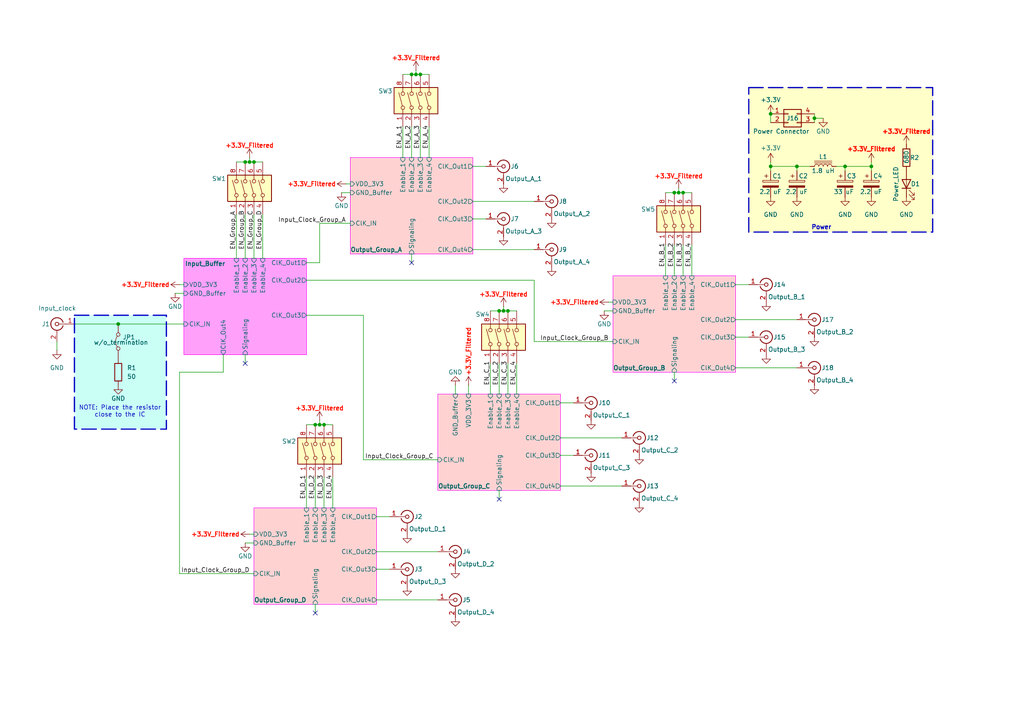
<source format=kicad_sch>
(kicad_sch (version 20231120) (generator "eeschema") (generator_version "8.0")
  (paper "A4")
  (title_block (title "16 Channels FIFO") (date "2025-01-07") (rev "REV 0") (company "TU Darmstadt") (comment 1 "Author: Dr. Alexandru Enciu"))
  (lib_symbols
    (symbol "Connector:Conn_Coaxial" (pin_names (offset 1.016) hide)
      (property "Reference" "J" (at 0.254 3.048 0))
      (property "Value" "Conn_Coaxial" (at 2.921 0 90))
      (symbol "Conn_Coaxial_0_1"
        (arc (start -1.778 -0.508) (mid 0.2311 -1.8066) (end 1.778 0) (stroke (width 0.254)))
        (polyline (pts (xy -2.54 0) (xy -0.508 0)))
        (polyline (pts (xy 0 -2.54) (xy 0 -1.778)))
        (circle (center 0 0) (radius 0.508) (stroke (width 0.2032)))
        (arc (start 1.778 0) (mid 0.2099 1.8101) (end -1.778 0.508) (stroke (width 0.254)))
      )
      (symbol "Conn_Coaxial_1_1"
        (pin passive line (at -5.08 0 0) (length 2.54) (name "In") (number "1"))
        (pin passive line (at 0 -5.08 90) (length 2.54) (name "Ext") (number "2"))
      )
    )
    (symbol "Connector_Generic:Conn_02x02_Counter_Clockwise" (pin_names (offset 1.016) hide)
      (property "Reference" "J" (at 1.27 2.54 0))
      (property "Value" "Conn_02x02_Counter_Clockwise" (at 1.27 -5.08 0))
      (symbol "Conn_02x02_Counter_Clockwise_1_1"
        (rectangle (start -1.27 -2.413) (end 0 -2.667) (stroke (width 0.1524)))
        (rectangle (start -1.27 0.127) (end 0 -0.127) (stroke (width 0.1524)))
        (rectangle (start -1.27 1.27) (end 3.81 -3.81) (stroke (width 0.254)) (fill (type background)))
        (rectangle (start 3.81 -2.413) (end 2.54 -2.667) (stroke (width 0.1524)))
        (rectangle (start 3.81 0.127) (end 2.54 -0.127) (stroke (width 0.1524)))
        (pin passive line (at -5.08 0 0) (length 3.81) (name "Pin_1") (number "1"))
        (pin passive line (at -5.08 -2.54 0) (length 3.81) (name "Pin_2") (number "2"))
        (pin passive line (at 7.62 -2.54 180) (length 3.81) (name "Pin_3") (number "3"))
        (pin passive line (at 7.62 0 180) (length 3.81) (name "Pin_4") (number "4"))
      )
    )
    (symbol "Device:C_Polarized" (pin_numbers hide) (pin_names (offset 0.254))
      (property "Reference" "C" (at 0.635 2.54 0))
      (property "Value" "C_Polarized" (at 0.635 -2.54 0))
      (symbol "C_Polarized_0_1"
        (rectangle (start -2.286 0.508) (end 2.286 1.016))
        (polyline (pts (xy -1.778 2.286) (xy -0.762 2.286)))
        (polyline (pts (xy -1.27 2.794) (xy -1.27 1.778)))
        (rectangle (start 2.286 -0.508) (end -2.286 -1.016) (fill (type outline)))
      )
      (symbol "C_Polarized_1_1"
        (pin passive line (at 0 3.81 270) (length 2.794) (name "~") (number "1"))
        (pin passive line (at 0 -3.81 90) (length 2.794) (name "~") (number "2"))
      )
    )
    (symbol "Device:LED" (pin_numbers hide) (pin_names (offset 1.016) hide)
      (property "Reference" "D" (at 0 2.54 0))
      (property "Value" "LED" (at 0 -2.54 0))
      (symbol "LED_0_1"
        (polyline (pts (xy -1.27 -1.27) (xy -1.27 1.27)) (stroke (width 0.254)))
        (polyline (pts (xy -1.27 0) (xy 1.27 0)))
        (polyline (pts (xy 1.27 -1.27) (xy 1.27 1.27) (xy -1.27 0) (xy 1.27 -1.27)) (stroke (width 0.254)))
        (polyline (pts (xy -3.048 -0.762) (xy -4.572 -2.286) (xy -3.81 -2.286) (xy -4.572 -2.286) (xy -4.572 -1.524)))
        (polyline (pts (xy -1.778 -0.762) (xy -3.302 -2.286) (xy -2.54 -2.286) (xy -3.302 -2.286) (xy -3.302 -1.524)))
      )
      (symbol "LED_1_1"
        (pin passive line (at -3.81 0 0) (length 2.54) (name "K") (number "1"))
        (pin passive line (at 3.81 0 180) (length 2.54) (name "A") (number "2"))
      )
    )
    (symbol "Device:L_Iron" (pin_numbers hide) (pin_names (offset 1.016) hide)
      (property "Reference" "L" (at -1.27 0 90))
      (property "Value" "L_Iron" (at 2.794 0 90))
      (symbol "L_Iron_0_1"
        (arc (start 0 -2.54) (mid 0.6323 -1.905) (end 0 -1.27))
        (arc (start 0 -1.27) (mid 0.6323 -0.635) (end 0 0))
        (polyline (pts (xy 1.016 2.54) (xy 1.016 -2.54)))
        (polyline (pts (xy 1.524 -2.54) (xy 1.524 2.54)))
        (arc (start 0 0) (mid 0.6323 0.635) (end 0 1.27))
        (arc (start 0 1.27) (mid 0.6323 1.905) (end 0 2.54))
      )
      (symbol "L_Iron_1_1"
        (pin passive line (at 0 3.81 270) (length 1.27) (name "1") (number "1"))
        (pin passive line (at 0 -3.81 90) (length 1.27) (name "2") (number "2"))
      )
    )
    (symbol "Device:R" (pin_numbers hide) (pin_names (offset 0))
      (property "Reference" "R" (at 2.032 0 90))
      (property "Value" "R" (at 0 0 90))
      (symbol "R_0_1"
        (rectangle (start -1.016 -2.54) (end 1.016 2.54) (stroke (width 0.254)))
      )
      (symbol "R_1_1"
        (pin passive line (at 0 3.81 270) (length 1.27) (name "~") (number "1"))
        (pin passive line (at 0 -3.81 90) (length 1.27) (name "~") (number "2"))
      )
    )
    (symbol "Jumper:Jumper_2_Bridged" (pin_numbers hide) (pin_names (offset 0) hide) (exclude_from_sim yes)
      (property "Reference" "JP" (at 0 1.905 0))
      (property "Value" "Jumper_2_Bridged" (at 0 -2.54 0))
      (symbol "Jumper_2_Bridged_0_0"
        (circle (center -2.032 0) (radius 0.508))
        (circle (center 2.032 0) (radius 0.508))
      )
      (symbol "Jumper_2_Bridged_0_1"
        (arc (start 1.524 0.254) (mid 0 0.762) (end -1.524 0.254))
      )
      (symbol "Jumper_2_Bridged_1_1"
        (pin passive line (at -5.08 0 0) (length 2.54) (name "A") (number "1"))
        (pin passive line (at 5.08 0 180) (length 2.54) (name "B") (number "2"))
      )
    )
    (symbol "Switch:SW_DIP_x04" (pin_names (offset 0) hide)
      (property "Reference" "SW" (at 0 8.89 0))
      (property "Value" "SW_DIP_x04" (at 0 -6.35 0))
      (symbol "SW_DIP_x04_0_0"
        (circle (center -2.032 -2.54) (radius 0.508))
        (circle (center -2.032 0) (radius 0.508))
        (circle (center -2.032 2.54) (radius 0.508))
        (circle (center -2.032 5.08) (radius 0.508))
        (polyline (pts (xy -1.524 -2.3876) (xy 2.3622 -1.3462)))
        (polyline (pts (xy -1.524 0.127) (xy 2.3622 1.1684)))
        (polyline (pts (xy -1.524 2.667) (xy 2.3622 3.7084)))
        (polyline (pts (xy -1.524 5.207) (xy 2.3622 6.2484)))
        (circle (center 2.032 -2.54) (radius 0.508))
        (circle (center 2.032 0) (radius 0.508))
        (circle (center 2.032 2.54) (radius 0.508))
        (circle (center 2.032 5.08) (radius 0.508))
      )
      (symbol "SW_DIP_x04_0_1"
        (rectangle (start -3.81 7.62) (end 3.81 -5.08) (stroke (width 0.254)) (fill (type background)))
      )
      (symbol "SW_DIP_x04_1_1"
        (pin passive line (at -7.62 5.08 0) (length 5.08) (name "~") (number "1"))
        (pin passive line (at -7.62 2.54 0) (length 5.08) (name "~") (number "2"))
        (pin passive line (at -7.62 0 0) (length 5.08) (name "~") (number "3"))
        (pin passive line (at -7.62 -2.54 0) (length 5.08) (name "~") (number "4"))
        (pin passive line (at 7.62 -2.54 180) (length 5.08) (name "~") (number "5"))
        (pin passive line (at 7.62 0 180) (length 5.08) (name "~") (number "6"))
        (pin passive line (at 7.62 2.54 180) (length 5.08) (name "~") (number "7"))
        (pin passive line (at 7.62 5.08 180) (length 5.08) (name "~") (number "8"))
      )
    )
    (symbol "power:+3.3V" (power) (pin_numbers hide) (pin_names (offset 0) hide)
      (property "Value" "+3.3V" (at 0 3.556 0))
      (symbol "+3.3V_0_1"
        (polyline (pts (xy -0.762 1.27) (xy 0 2.54)))
        (polyline (pts (xy 0 0) (xy 0 2.54)))
        (polyline (pts (xy 0 2.54) (xy 0.762 1.27)))
      )
      (symbol "+3.3V_1_1"
        (pin power_in line (at 0 0 90) (length 0) (name "~") (number "1"))
      )
    )
    (symbol "power:GND" (power) (pin_numbers hide) (pin_names (offset 0) hide)
      (property "Value" "GND" (at 0 -3.81 0))
      (symbol "GND_0_1"
        (polyline (pts (xy 0 0) (xy 0 -1.27) (xy 1.27 -1.27) (xy 0 -2.54) (xy -1.27 -1.27) (xy 0 -1.27)))
      )
      (symbol "GND_1_1"
        (pin power_in line (at 0 0 270) (length 0) (name "~") (number "1"))
      )
    )
    (symbol "power:VCC" (power) (pin_numbers hide) (pin_names (offset 0) hide)
      (property "Value" "VCC" (at 0 3.556 0))
      (symbol "VCC_0_1"
        (polyline (pts (xy -0.762 1.27) (xy 0 2.54)))
        (polyline (pts (xy 0 0) (xy 0 2.54)))
        (polyline (pts (xy 0 2.54) (xy 0.762 1.27)))
      )
      (symbol "VCC_1_1"
        (pin power_in line (at 0 0 90) (length 0) (name "~") (number "1"))
      )
    )
  )
  (junction (at 34.29 93.98))
  (junction (at 146.05 90.17))
  (junction (at 196.85 55.88))
  (junction (at 72.39 46.99))
  (junction (at 223.52 33.02))
  (junction (at 231.14 48.26))
  (junction (at 147.32 90.17))
  (junction (at 245.11 48.26))
  (junction (at 144.78 90.17))
  (junction (at 236.22 34.29))
  (junction (at 73.66 46.99))
  (junction (at 198.12 55.88))
  (junction (at 71.12 46.99))
  (junction (at 223.52 48.26))
  (junction (at 93.98 123.19))
  (junction (at 121.92 21.59))
  (junction (at 120.65 21.59))
  (junction (at 92.71 123.19))
  (junction (at 252.73 48.26))
  (junction (at 119.38 21.59))
  (junction (at 91.44 123.19))
  (junction (at 195.58 55.88))
  (no_connect (at 91.44 177.8))
  (no_connect (at 195.58 110.49))
  (no_connect (at 119.38 76.2))
  (no_connect (at 144.78 144.78))
  (no_connect (at 71.12 105.41))
  (wire (pts (xy 242.57 48.26) (xy 245.11 48.26)))
  (wire (pts (xy 88.9 138.43) (xy 88.9 147.32)))
  (wire (pts (xy 71.12 157.48) (xy 73.66 157.48)))
  (wire (pts (xy 200.66 71.12) (xy 200.66 80.01)))
  (wire (pts (xy 52.07 107.95) (xy 52.07 166.37)))
  (wire (pts (xy 50.8 85.09) (xy 53.34 85.09)))
  (wire (pts (xy 71.12 102.87) (xy 71.12 105.41)))
  (wire (pts (xy 137.16 48.26) (xy 140.97 48.26)))
  (wire (pts (xy 96.52 138.43) (xy 96.52 147.32)))
  (wire (pts (xy 92.71 76.2) (xy 92.71 64.77)))
  (wire (pts (xy 34.29 93.98) (xy 53.34 93.98)))
  (wire (pts (xy 119.38 36.83) (xy 119.38 45.72)))
  (wire (pts (xy 193.04 55.88) (xy 195.58 55.88)))
  (wire (pts (xy 213.36 82.55) (xy 217.17 82.55)))
  (wire (pts (xy 73.66 46.99) (xy 76.2 46.99)))
  (wire (pts (xy 144.78 142.24) (xy 144.78 144.78)))
  (wire (pts (xy 119.38 73.66) (xy 119.38 76.2)))
  (wire (pts (xy 231.14 48.26) (xy 231.14 49.53)))
  (wire (pts (xy 93.98 138.43) (xy 93.98 147.32)))
  (wire (pts (xy 213.36 92.71) (xy 231.14 92.71)))
  (wire (pts (xy 73.66 62.23) (xy 73.66 74.93)))
  (wire (pts (xy 76.2 62.23) (xy 76.2 74.93)))
  (wire (pts (xy 236.22 33.02) (xy 236.22 34.29)))
  (wire (pts (xy 137.16 72.39) (xy 154.94 72.39)))
  (wire (pts (xy 52.07 82.55) (xy 53.34 82.55)))
  (wire (pts (xy 71.12 46.99) (xy 72.39 46.99)))
  (wire (pts (xy 223.52 48.26) (xy 231.14 48.26)))
  (wire (pts (xy 146.05 88.9) (xy 146.05 90.17)))
  (wire (pts (xy 105.41 133.35) (xy 127 133.35)))
  (wire (pts (xy 21.59 93.98) (xy 34.29 93.98)))
  (wire (pts (xy 223.52 46.99) (xy 223.52 48.26)))
  (wire (pts (xy 213.36 97.79) (xy 217.17 97.79)))
  (wire (pts (xy 162.56 116.84) (xy 166.37 116.84)))
  (wire (pts (xy 252.73 46.99) (xy 252.73 48.26)))
  (wire (pts (xy 144.78 90.17) (xy 146.05 90.17)))
  (wire (pts (xy 116.84 21.59) (xy 119.38 21.59)))
  (wire (pts (xy 223.52 33.02) (xy 223.52 35.56)))
  (wire (pts (xy 196.85 54.61) (xy 196.85 55.88)))
  (wire (pts (xy 109.22 173.99) (xy 127 173.99)))
  (wire (pts (xy 92.71 121.92) (xy 92.71 123.19)))
  (wire (pts (xy 88.9 91.44) (xy 105.41 91.44)))
  (wire (pts (xy 52.07 166.37) (xy 73.66 166.37)))
  (wire (pts (xy 252.73 48.26) (xy 252.73 49.53)))
  (wire (pts (xy 116.84 36.83) (xy 116.84 45.72)))
  (wire (pts (xy 154.94 81.28) (xy 154.94 99.06)))
  (wire (pts (xy 142.24 105.41) (xy 142.24 114.3)))
  (wire (pts (xy 162.56 140.97) (xy 180.34 140.97)))
  (wire (pts (xy 198.12 55.88) (xy 200.66 55.88)))
  (wire (pts (xy 91.44 175.26) (xy 91.44 177.8)))
  (wire (pts (xy 72.39 45.72) (xy 72.39 46.99)))
  (wire (pts (xy 64.77 107.95) (xy 52.07 107.95)))
  (wire (pts (xy 142.24 90.17) (xy 144.78 90.17)))
  (wire (pts (xy 195.58 71.12) (xy 195.58 80.01)))
  (wire (pts (xy 72.39 154.94) (xy 73.66 154.94)))
  (wire (pts (xy 196.85 55.88) (xy 198.12 55.88)))
  (wire (pts (xy 124.46 36.83) (xy 124.46 45.72)))
  (wire (pts (xy 121.92 21.59) (xy 124.46 21.59)))
  (wire (pts (xy 16.51 101.6) (xy 16.51 99.06)))
  (wire (pts (xy 236.22 34.29) (xy 236.22 35.56)))
  (wire (pts (xy 88.9 123.19) (xy 91.44 123.19)))
  (wire (pts (xy 72.39 46.99) (xy 73.66 46.99)))
  (wire (pts (xy 132.08 111.76) (xy 132.08 114.3)))
  (wire (pts (xy 91.44 123.19) (xy 92.71 123.19)))
  (wire (pts (xy 144.78 105.41) (xy 144.78 114.3)))
  (wire (pts (xy 146.05 90.17) (xy 147.32 90.17)))
  (wire (pts (xy 213.36 106.68) (xy 231.14 106.68)))
  (wire (pts (xy 92.71 64.77) (xy 101.6 64.77)))
  (wire (pts (xy 99.06 55.88) (xy 101.6 55.88)))
  (wire (pts (xy 137.16 58.42) (xy 154.94 58.42)))
  (wire (pts (xy 162.56 127) (xy 180.34 127)))
  (wire (pts (xy 68.58 62.23) (xy 68.58 74.93)))
  (wire (pts (xy 64.77 102.87) (xy 64.77 107.95)))
  (wire (pts (xy 105.41 91.44) (xy 105.41 133.35)))
  (wire (pts (xy 147.32 105.41) (xy 147.32 114.3)))
  (wire (pts (xy 121.92 36.83) (xy 121.92 45.72)))
  (wire (pts (xy 120.65 20.32) (xy 120.65 21.59)))
  (wire (pts (xy 88.9 76.2) (xy 92.71 76.2)))
  (wire (pts (xy 245.11 48.26) (xy 245.11 49.53)))
  (wire (pts (xy 88.9 81.28) (xy 154.94 81.28)))
  (wire (pts (xy 92.71 123.19) (xy 93.98 123.19)))
  (wire (pts (xy 245.11 48.26) (xy 252.73 48.26)))
  (wire (pts (xy 198.12 71.12) (xy 198.12 80.01)))
  (wire (pts (xy 176.53 87.63) (xy 177.8 87.63)))
  (wire (pts (xy 195.58 107.95) (xy 195.58 110.49)))
  (wire (pts (xy 93.98 123.19) (xy 96.52 123.19)))
  (wire (pts (xy 231.14 48.26) (xy 234.95 48.26)))
  (wire (pts (xy 195.58 55.88) (xy 196.85 55.88)))
  (wire (pts (xy 154.94 99.06) (xy 177.8 99.06)))
  (wire (pts (xy 91.44 138.43) (xy 91.44 147.32)))
  (wire (pts (xy 147.32 90.17) (xy 149.86 90.17)))
  (wire (pts (xy 149.86 105.41) (xy 149.86 114.3)))
  (wire (pts (xy 100.33 53.34) (xy 101.6 53.34)))
  (wire (pts (xy 71.12 62.23) (xy 71.12 74.93)))
  (wire (pts (xy 135.89 111.76) (xy 135.89 114.3)))
  (wire (pts (xy 223.52 48.26) (xy 223.52 49.53)))
  (wire (pts (xy 162.56 132.08) (xy 166.37 132.08)))
  (wire (pts (xy 137.16 63.5) (xy 140.97 63.5)))
  (wire (pts (xy 68.58 46.99) (xy 71.12 46.99)))
  (wire (pts (xy 109.22 160.02) (xy 127 160.02)))
  (wire (pts (xy 109.22 149.86) (xy 113.03 149.86)))
  (wire (pts (xy 236.22 34.29) (xy 238.76 34.29)))
  (wire (pts (xy 109.22 165.1) (xy 113.03 165.1)))
  (wire (pts (xy 193.04 71.12) (xy 193.04 80.01)))
  (wire (pts (xy 120.65 21.59) (xy 121.92 21.59)))
  (wire (pts (xy 119.38 21.59) (xy 120.65 21.59)))
  (wire (pts (xy 175.26 90.17) (xy 177.8 90.17)))
  (rectangle (start 21.59 91.44) (end 48.26 124.46) (stroke (width 0.381) (type dash)) (fill (type color) (color 202 255 246 1)))
  (rectangle (start 217.17 25.4) (end 270.51 67.31) (stroke (width 0.381) (type dash)) (fill (type color) (color 255 255 201 1)))
  (text "NOTE: Place the resistor\nclose to the IC" (at 34.798 119.38 0) (effects (font (size 1.27 1.27))))
  (text "Power" (at 238.252 66.04 0) (effects (font (size 1.27 1.27) (thickness 0.254) (bold yes))))
  (label "EN_C_1" (at 142.24 111.76 90))
  (label "EN_B_2" (at 195.58 77.47 90))
  (label "EN_Group_C" (at 73.66 72.39 90))
  (label "Input_Clock_Group_C" (at 125.73 133.35 180))
  (label "EN_C_2" (at 144.78 111.76 90))
  (label "EN_A_2" (at 119.38 43.18 90))
  (label "EN_D_2" (at 91.44 144.78 90))
  (label "EN_A_4" (at 124.46 43.18 90))
  (label "EN_D_4" (at 96.52 144.78 90))
  (label "EN_B_1" (at 193.04 77.47 90))
  (label "EN_Group_D" (at 76.2 72.39 90))
  (label "Input_Clock_Group_A" (at 100.33 64.77 180))
  (label "EN_Group_A" (at 68.58 72.39 90))
  (label "EN_B_3" (at 198.12 77.47 90))
  (label "EN_A_1" (at 116.84 43.18 90))
  (label "EN_C_4" (at 149.86 111.76 90))
  (label "EN_B_4" (at 200.66 77.47 90))
  (label "EN_D_3" (at 93.98 144.78 90))
  (label "EN_A_3" (at 121.92 43.18 90))
  (label "Input_Clock_Group_B" (at 176.53 99.06 180))
  (label "EN_D_1" (at 88.9 144.78 90))
  (label "EN_C_3" (at 147.32 111.76 90))
  (label "Input_Clock_Group_D" (at 72.39 166.37 180))
  (label "EN_Group_B" (at 71.12 72.39 90))
  (symbol (lib_id "power:VCC") (at 72.39 154.94 90) (unit 1)
    (property "Reference" "#PWR07" (effects (hide yes)))
    (property "Value" "+3.3V_Filtered" (at 62.484 154.94 90) (effects (font (thickness 0.254) (bold yes))))
    (property "Description" "Power symbol creates a global label with name \"VCC\"" (effects (hide yes)))
  )
  (symbol (lib_id "power:GND") (at 132.08 165.1 0) (unit 1)
    (property "Reference" "#PWR015" (effects (hide yes)))
    (property "Value" "GND" (effects (hide yes)))
    (property "Description" "Power symbol creates a global label with name \"GND\" , ground" (effects (hide yes)))
  )
  (symbol (lib_id "Connector:Conn_Coaxial") (at 236.22 92.71 0) (unit 1)
    (property "Reference" "J17" (at 238.252 92.71 0) (effects (justify left)))
    (property "Value" "Output_B_2" (at 236.728 96.266 0) (effects (justify left)))
    (property "Footprint" "Connector_Coaxial:SMA_Amphenol_901-143_Horizontal" (effects (hide yes)))
    (property "Description" "coaxial connector (BNC, SMA, SMB, SMC, Cinch/RCA, LEMO, ...)" (effects (hide yes)))
  )
  (symbol (lib_id "power:GND") (at 171.45 121.92 0) (unit 1)
    (property "Reference" "#PWR023" (effects (hide yes)))
    (property "Value" "GND" (effects (hide yes)))
    (property "Description" "Power symbol creates a global label with name \"GND\" , ground" (effects (hide yes)))
  )
  (symbol (lib_id "power:GND") (at 231.14 57.15 0) (unit 1)
    (property "Reference" "#PWR035" (effects (hide yes)))
    (property "Value" "GND" (at 231.14 62.23 0))
    (property "Description" "Power symbol creates a global label with name \"GND\" , ground" (effects (hide yes)))
  )
  (symbol (lib_id "power:GND") (at 160.02 63.5 0) (unit 1)
    (property "Reference" "#PWR021" (effects (hide yes)))
    (property "Value" "GND" (effects (hide yes)))
    (property "Description" "Power symbol creates a global label with name \"GND\" , ground" (effects (hide yes)))
  )
  (symbol (lib_id "Connector:Conn_Coaxial") (at 132.08 160.02 0) (unit 1)
    (property "Reference" "J4" (at 134.112 160.02 0) (effects (justify left)))
    (property "Value" "Output_D_2" (at 132.588 163.576 0) (effects (justify left)))
    (property "Footprint" "Connector_Coaxial:SMA_Amphenol_901-143_Horizontal" (effects (hide yes)))
    (property "Description" "coaxial connector (BNC, SMA, SMB, SMC, Cinch/RCA, LEMO, ...)" (effects (hide yes)))
  )
  (symbol (lib_id "Connector:Conn_Coaxial") (at 185.42 140.97 0) (unit 1)
    (property "Reference" "J13" (at 187.452 140.97 0) (effects (justify left)))
    (property "Value" "Output_C_4" (at 185.928 144.526 0) (effects (justify left)))
    (property "Footprint" "Connector_Coaxial:SMA_Amphenol_901-143_Horizontal" (effects (hide yes)))
    (property "Description" "coaxial connector (BNC, SMA, SMB, SMC, Cinch/RCA, LEMO, ...)" (effects (hide yes)))
  )
  (symbol (lib_id "power:GND") (at 132.08 111.76 180) (unit 1)
    (property "Reference" "#PWR014" (effects (hide yes)))
    (property "Value" "GND" (at 132.08 107.95 0))
    (property "Description" "Power symbol creates a global label with name \"GND\" , ground" (effects (hide yes)))
  )
  (symbol (lib_id "power:GND") (at 222.25 102.87 0) (unit 1)
    (property "Reference" "#PWR031" (effects (hide yes)))
    (property "Value" "GND" (effects (hide yes)))
    (property "Description" "Power symbol creates a global label with name \"GND\" , ground" (effects (hide yes)))
  )
  (symbol (lib_id "Switch:SW_DIP_x04") (at 121.92 29.21 90) (unit 1)
    (property "Reference" "SW3" (at 109.728 26.416 90) (effects (justify right)))
    (property "Value" "SW_DIP_x04" (effects (hide yes)))
    (property "Footprint" "Button_Switch_SMD:SW_DIP_SPSTx04_Slide_6.7x11.72mm_W6.73mm_P2.54mm_LowProfile_JPin" (effects (hide yes)))
    (property "Description" "4x DIP Switch, Single Pole Single Throw (SPST) switch, small symbol" (effects (hide yes)))
  )
  (symbol (lib_id "power:VCC") (at 262.89 41.91 0) (unit 1)
    (property "Reference" "#PWR042" (effects (hide yes)))
    (property "Value" "+3.3V_Filtered" (at 262.89 38.1 0) (effects (font (thickness 0.254) (bold yes))))
    (property "Description" "Power symbol creates a global label with name \"VCC\"" (effects (hide yes)))
  )
  (symbol (lib_id "Connector:Conn_Coaxial") (at 146.05 63.5 0) (unit 1)
    (property "Reference" "J7" (at 148.082 63.5 0) (effects (justify left)))
    (property "Value" "Output_A_3" (at 146.558 67.056 0) (effects (justify left)))
    (property "Footprint" "Connector_Coaxial:SMA_Amphenol_901-143_Horizontal" (effects (hide yes)))
    (property "Description" "coaxial connector (BNC, SMA, SMB, SMC, Cinch/RCA, LEMO, ...)" (effects (hide yes)))
  )
  (symbol (lib_id "power:GND") (at 50.8 85.09 0) (unit 1)
    (property "Reference" "#PWR03" (effects (hide yes)))
    (property "Value" "GND" (at 50.8 88.9 0))
    (property "Description" "Power symbol creates a global label with name \"GND\" , ground" (effects (hide yes)))
  )
  (symbol (lib_id "Jumper:Jumper_2_Bridged") (at 34.29 99.06 90) (unit 1) (exclude_from_sim yes)
    (property "Reference" "JP1" (at 35.56 97.7899 90) (effects (justify right)))
    (property "Value" "w/o_termination" (at 27.178 99.314 90) (effects (justify right)))
    (property "Footprint" "Connector_PinHeader_2.54mm:PinHeader_2x01_P2.54mm_Vertical_SMD" (effects (hide yes)))
    (property "Description" "Jumper, 2-pole, closed/bridged" (effects (hide yes)))
  )
  (symbol (lib_id "power:VCC") (at 72.39 45.72 0) (unit 1)
    (property "Reference" "#PWR06" (effects (hide yes)))
    (property "Value" "+3.3V_Filtered" (at 72.39 42.164 0) (effects (font (thickness 0.254) (bold yes))))
    (property "Description" "Power symbol creates a global label with name \"VCC\"" (effects (hide yes)))
  )
  (symbol (lib_id "Connector_Generic:Conn_02x02_Counter_Clockwise") (at 228.6 33.02 0) (unit 1)
    (property "Reference" "J16" (at 229.87 34.29 0))
    (property "Value" "Power Connector" (at 226.568 38.1 0))
    (property "Footprint" "Clock_Buffers:SAMTEC_IPL1-102-01-X-D-RA-K" (effects (hide yes)))
    (property "Description" "Generic connector, double row, 02x02, counter clockwise pin numbering scheme (similar to DIP package numbering), script generated (kicad-library-utils/schlib/autogen/connector/)" (effects (hide yes)))
  )
  (symbol (lib_id "power:GND") (at 185.42 146.05 0) (unit 1)
    (property "Reference" "#PWR028" (effects (hide yes)))
    (property "Value" "GND" (effects (hide yes)))
    (property "Description" "Power symbol creates a global label with name \"GND\" , ground" (effects (hide yes)))
  )
  (symbol (lib_id "power:GND") (at 236.22 111.76 0) (unit 1)
    (property "Reference" "#PWR037" (effects (hide yes)))
    (property "Value" "GND" (effects (hide yes)))
    (property "Description" "Power symbol creates a global label with name \"GND\" , ground" (effects (hide yes)))
  )
  (symbol (lib_id "power:GND") (at 146.05 53.34 0) (unit 1)
    (property "Reference" "#PWR018" (effects (hide yes)))
    (property "Value" "GND" (effects (hide yes)))
    (property "Description" "Power symbol creates a global label with name \"GND\" , ground" (effects (hide yes)))
  )
  (symbol (lib_id "Switch:SW_DIP_x04") (at 147.32 97.79 90) (unit 1)
    (property "Reference" "SW4" (at 137.922 91.186 90) (effects (justify right)))
    (property "Value" "SW_DIP_x04" (effects (hide yes)))
    (property "Footprint" "Button_Switch_SMD:SW_DIP_SPSTx04_Slide_6.7x11.72mm_W6.73mm_P2.54mm_LowProfile_JPin" (effects (hide yes)))
    (property "Description" "4x DIP Switch, Single Pole Single Throw (SPST) switch, small symbol" (effects (hide yes)))
  )
  (symbol (lib_id "Connector:Conn_Coaxial") (at 16.51 93.98 0) (mirror y) (unit 1)
    (property "Reference" "J1" (at 14.478 93.98 0) (effects (justify left)))
    (property "Value" "Input_clock" (at 22.098 89.408 0) (effects (justify left)))
    (property "Footprint" "Connector_Coaxial:SMA_Amphenol_901-143_Horizontal" (effects (hide yes)))
    (property "Description" "coaxial connector (BNC, SMA, SMB, SMC, Cinch/RCA, LEMO, ...)" (effects (hide yes)))
  )
  (symbol (lib_id "power:VCC") (at 252.73 46.99 0) (unit 1)
    (property "Reference" "#PWR040" (effects (hide yes)))
    (property "Value" "+3.3V_Filtered" (at 252.73 43.18 0) (effects (font (thickness 0.254) (bold yes))))
    (property "Description" "Power symbol creates a global label with name \"VCC\"" (effects (hide yes)))
  )
  (symbol (lib_id "power:GND") (at 171.45 137.16 0) (unit 1)
    (property "Reference" "#PWR024" (effects (hide yes)))
    (property "Value" "GND" (effects (hide yes)))
    (property "Description" "Power symbol creates a global label with name \"GND\" , ground" (effects (hide yes)))
  )
  (symbol (lib_id "Connector:Conn_Coaxial") (at 171.45 132.08 0) (unit 1)
    (property "Reference" "J11" (at 173.482 132.08 0) (effects (justify left)))
    (property "Value" "Output_C_3" (at 171.958 135.636 0) (effects (justify left)))
    (property "Footprint" "Connector_Coaxial:SMA_Amphenol_901-143_Horizontal" (effects (hide yes)))
    (property "Description" "coaxial connector (BNC, SMA, SMB, SMC, Cinch/RCA, LEMO, ...)" (effects (hide yes)))
  )
  (symbol (lib_id "power:GND") (at 160.02 77.47 0) (unit 1)
    (property "Reference" "#PWR022" (effects (hide yes)))
    (property "Value" "GND" (effects (hide yes)))
    (property "Description" "Power symbol creates a global label with name \"GND\" , ground" (effects (hide yes)))
  )
  (symbol (lib_id "power:VCC") (at 146.05 88.9 0) (unit 1)
    (property "Reference" "#PWR020" (effects (hide yes)))
    (property "Value" "+3.3V_Filtered" (at 146.05 85.344 0) (effects (font (thickness 0.254) (bold yes))))
    (property "Description" "Power symbol creates a global label with name \"VCC\"" (effects (hide yes)))
  )
  (symbol (lib_id "power:GND") (at 185.42 132.08 0) (unit 1)
    (property "Reference" "#PWR027" (effects (hide yes)))
    (property "Value" "GND" (effects (hide yes)))
    (property "Description" "Power symbol creates a global label with name \"GND\" , ground" (effects (hide yes)))
  )
  (symbol (lib_id "power:GND") (at 262.89 57.15 0) (unit 1)
    (property "Reference" "#PWR043" (effects (hide yes)))
    (property "Value" "GND" (at 262.89 62.23 0))
    (property "Description" "Power symbol creates a global label with name \"GND\" , ground" (effects (hide yes)))
  )
  (symbol (lib_id "power:GND") (at 222.25 87.63 0) (unit 1)
    (property "Reference" "#PWR030" (effects (hide yes)))
    (property "Value" "GND" (effects (hide yes)))
    (property "Description" "Power symbol creates a global label with name \"GND\" , ground" (effects (hide yes)))
  )
  (symbol (lib_id "Connector:Conn_Coaxial") (at 160.02 58.42 0) (unit 1)
    (property "Reference" "J8" (at 162.052 58.42 0) (effects (justify left)))
    (property "Value" "Output_A_2" (at 160.528 61.976 0) (effects (justify left)))
    (property "Footprint" "Connector_Coaxial:SMA_Amphenol_901-143_Horizontal" (effects (hide yes)))
    (property "Description" "coaxial connector (BNC, SMA, SMB, SMC, Cinch/RCA, LEMO, ...)" (effects (hide yes)))
  )
  (symbol (lib_id "power:GND") (at 118.11 154.94 0) (unit 1)
    (property "Reference" "#PWR011" (effects (hide yes)))
    (property "Value" "GND" (effects (hide yes)))
    (property "Description" "Power symbol creates a global label with name \"GND\" , ground" (effects (hide yes)))
  )
  (symbol (lib_id "Connector:Conn_Coaxial") (at 171.45 116.84 0) (unit 1)
    (property "Reference" "J10" (at 173.482 116.84 0) (effects (justify left)))
    (property "Value" "Output_C_1" (at 171.958 120.396 0) (effects (justify left)))
    (property "Footprint" "Connector_Coaxial:SMA_Amphenol_901-143_Horizontal" (effects (hide yes)))
    (property "Description" "coaxial connector (BNC, SMA, SMB, SMC, Cinch/RCA, LEMO, ...)" (effects (hide yes)))
  )
  (symbol (lib_id "power:GND") (at 34.29 111.76 0) (unit 1)
    (property "Reference" "#PWR02" (effects (hide yes)))
    (property "Value" "GND" (at 34.29 115.57 0))
    (property "Description" "Power symbol creates a global label with name \"GND\" , ground" (effects (hide yes)))
  )
  (symbol (lib_id "Connector:Conn_Coaxial") (at 236.22 106.68 0) (unit 1)
    (property "Reference" "J18" (at 238.252 106.68 0) (effects (justify left)))
    (property "Value" "Output_B_4" (at 236.728 110.236 0) (effects (justify left)))
    (property "Footprint" "Connector_Coaxial:SMA_Amphenol_901-143_Horizontal" (effects (hide yes)))
    (property "Description" "coaxial connector (BNC, SMA, SMB, SMC, Cinch/RCA, LEMO, ...)" (effects (hide yes)))
  )
  (symbol (lib_id "power:GND") (at 146.05 68.58 0) (unit 1)
    (property "Reference" "#PWR019" (effects (hide yes)))
    (property "Value" "GND" (effects (hide yes)))
    (property "Description" "Power symbol creates a global label with name \"GND\" , ground" (effects (hide yes)))
  )
  (symbol (lib_id "power:GND") (at 238.76 34.29 0) (unit 1)
    (property "Reference" "#PWR038" (effects (hide yes)))
    (property "Value" "GND" (at 238.76 38.1 0))
    (property "Description" "Power symbol creates a global label with name \"GND\" , ground" (effects (hide yes)))
  )
  (symbol (lib_id "Device:C_Polarized") (at 252.73 53.34 0) (unit 1)
    (property "Reference" "C4" (at 253.238 51.054 0) (effects (justify left)))
    (property "Value" "2.2 uF" (at 249.428 55.626 0) (effects (justify left)))
    (property "Footprint" "Capacitor_SMD:CP_Elec_4x5.4" (effects (hide yes)))
    (property "Description" "Polarized capacitor" (effects (hide yes)))
  )
  (symbol (lib_id "power:VCC") (at 196.85 54.61 0) (unit 1)
    (property "Reference" "#PWR029" (effects (hide yes)))
    (property "Value" "+3.3V_Filtered" (at 196.85 51.054 0) (effects (font (thickness 0.254) (bold yes))))
    (property "Description" "Power symbol creates a global label with name \"VCC\"" (effects (hide yes)))
  )
  (symbol (lib_id "power:GND") (at 71.12 157.48 0) (unit 1)
    (property "Reference" "#PWR05" (effects (hide yes)))
    (property "Value" "GND" (at 71.12 161.29 0))
    (property "Description" "Power symbol creates a global label with name \"GND\" , ground" (effects (hide yes)))
  )
  (symbol (lib_id "Device:L_Iron") (at 238.76 48.26 90) (unit 1)
    (property "Reference" "L1" (at 238.76 45.466 90))
    (property "Value" "1.8 uH" (at 238.76 49.53 90))
    (property "Footprint" "Clock_Buffers:WE-TPC_4828" (effects (hide yes)))
    (property "Description" "Inductor with iron core" (effects (hide yes)))
    (property "PartNumber" "7440430018" (effects (hide yes)))
  )
  (symbol (lib_id "Connector:Conn_Coaxial") (at 132.08 173.99 0) (unit 1)
    (property "Reference" "J5" (at 134.112 173.99 0) (effects (justify left)))
    (property "Value" "Output_D_4" (at 132.588 177.546 0) (effects (justify left)))
    (property "Footprint" "Connector_Coaxial:SMA_Amphenol_901-143_Horizontal" (effects (hide yes)))
    (property "Description" "coaxial connector (BNC, SMA, SMB, SMC, Cinch/RCA, LEMO, ...)" (effects (hide yes)))
  )
  (symbol (lib_id "power:GND") (at 99.06 55.88 0) (unit 1)
    (property "Reference" "#PWR09" (effects (hide yes)))
    (property "Value" "GND" (at 99.06 59.69 0))
    (property "Description" "Power symbol creates a global label with name \"GND\" , ground" (effects (hide yes)))
  )
  (symbol (lib_id "power:GND") (at 236.22 97.79 0) (unit 1)
    (property "Reference" "#PWR036" (effects (hide yes)))
    (property "Value" "GND" (effects (hide yes)))
    (property "Description" "Power symbol creates a global label with name \"GND\" , ground" (effects (hide yes)))
  )
  (symbol (lib_id "Device:R") (at 262.89 45.72 180) (unit 1)
    (property "Reference" "R2" (at 263.906 45.72 0) (effects (justify right)))
    (property "Value" "680" (at 262.89 47.498 90) (effects (justify right)))
    (property "Footprint" "Resistor_SMD:R_0201_0603Metric" (effects (hide yes)))
    (property "Description" "Resistor" (effects (hide yes)))
  )
  (symbol (lib_id "Connector:Conn_Coaxial") (at 160.02 72.39 0) (unit 1)
    (property "Reference" "J9" (at 162.052 72.39 0) (effects (justify left)))
    (property "Value" "Output_A_4" (at 160.528 75.946 0) (effects (justify left)))
    (property "Footprint" "Connector_Coaxial:SMA_Amphenol_901-143_Horizontal" (effects (hide yes)))
    (property "Description" "coaxial connector (BNC, SMA, SMB, SMC, Cinch/RCA, LEMO, ...)" (effects (hide yes)))
  )
  (symbol (lib_id "power:VCC") (at 100.33 53.34 90) (unit 1)
    (property "Reference" "#PWR010" (effects (hide yes)))
    (property "Value" "+3.3V_Filtered" (at 90.424 53.34 90) (effects (font (thickness 0.254) (bold yes))))
    (property "Description" "Power symbol creates a global label with name \"VCC\"" (effects (hide yes)))
  )
  (symbol (lib_id "Connector:Conn_Coaxial") (at 222.25 82.55 0) (unit 1)
    (property "Reference" "J14" (at 224.282 82.55 0) (effects (justify left)))
    (property "Value" "Output_B_1" (at 222.758 86.106 0) (effects (justify left)))
    (property "Footprint" "Connector_Coaxial:SMA_Amphenol_901-143_Horizontal" (effects (hide yes)))
    (property "Description" "coaxial connector (BNC, SMA, SMB, SMC, Cinch/RCA, LEMO, ...)" (effects (hide yes)))
  )
  (symbol (lib_id "power:VCC") (at 52.07 82.55 90) (unit 1)
    (property "Reference" "#PWR04" (effects (hide yes)))
    (property "Value" "+3.3V_Filtered" (at 42.164 82.55 90) (effects (font (thickness 0.254) (bold yes))))
    (property "Description" "Power symbol creates a global label with name \"VCC\"" (effects (hide yes)))
  )
  (symbol (lib_id "Connector:Conn_Coaxial") (at 222.25 97.79 0) (unit 1)
    (property "Reference" "J15" (at 224.282 97.79 0) (effects (justify left)))
    (property "Value" "Output_B_3" (at 222.758 101.346 0) (effects (justify left)))
    (property "Footprint" "Connector_Coaxial:SMA_Amphenol_901-143_Horizontal" (effects (hide yes)))
    (property "Description" "coaxial connector (BNC, SMA, SMB, SMC, Cinch/RCA, LEMO, ...)" (effects (hide yes)))
  )
  (symbol (lib_id "Device:R") (at 34.29 107.95 0) (unit 1)
    (property "Reference" "R1" (at 36.83 106.6799 0) (effects (justify left)))
    (property "Value" "50" (at 36.83 109.2199 0) (effects (justify left)))
    (property "Footprint" "Resistor_SMD:R_0201_0603Metric" (effects (hide yes)))
    (property "Description" "Resistor" (effects (hide yes)))
  )
  (symbol (lib_id "Connector:Conn_Coaxial") (at 118.11 149.86 0) (unit 1)
    (property "Reference" "J2" (at 120.142 149.86 0) (effects (justify left)))
    (property "Value" "Output_D_1" (at 118.618 153.416 0) (effects (justify left)))
    (property "Footprint" "Connector_Coaxial:SMA_Amphenol_901-143_Horizontal" (effects (hide yes)))
    (property "Description" "coaxial connector (BNC, SMA, SMB, SMC, Cinch/RCA, LEMO, ...)" (effects (hide yes)))
  )
  (symbol (lib_id "power:GND") (at 118.11 170.18 0) (unit 1)
    (property "Reference" "#PWR012" (effects (hide yes)))
    (property "Value" "GND" (effects (hide yes)))
    (property "Description" "Power symbol creates a global label with name \"GND\" , ground" (effects (hide yes)))
  )
  (symbol (lib_id "Connector:Conn_Coaxial") (at 185.42 127 0) (unit 1)
    (property "Reference" "J12" (at 187.452 127 0) (effects (justify left)))
    (property "Value" "Output_C_2" (at 185.928 130.556 0) (effects (justify left)))
    (property "Footprint" "Connector_Coaxial:SMA_Amphenol_901-143_Horizontal" (effects (hide yes)))
    (property "Description" "coaxial connector (BNC, SMA, SMB, SMC, Cinch/RCA, LEMO, ...)" (effects (hide yes)))
  )
  (symbol (lib_id "power:VCC") (at 135.89 111.76 0) (unit 1)
    (property "Reference" "#PWR017" (effects (hide yes)))
    (property "Value" "+3.3V_Filtered" (at 135.89 101.854 90) (effects (font (thickness 0.254) (bold yes))))
    (property "Description" "Power symbol creates a global label with name \"VCC\"" (effects (hide yes)))
  )
  (symbol (lib_id "Device:C_Polarized") (at 223.52 53.34 0) (unit 1)
    (property "Reference" "C1" (at 224.028 51.054 0) (effects (justify left)))
    (property "Value" "2.2 uF" (at 220.218 55.626 0) (effects (justify left)))
    (property "Footprint" "Capacitor_SMD:CP_Elec_4x5.4" (effects (hide yes)))
    (property "Description" "Polarized capacitor" (effects (hide yes)))
  )
  (symbol (lib_id "power:GND") (at 252.73 57.15 0) (unit 1)
    (property "Reference" "#PWR041" (effects (hide yes)))
    (property "Value" "GND" (at 252.73 62.23 0))
    (property "Description" "Power symbol creates a global label with name \"GND\" , ground" (effects (hide yes)))
  )
  (symbol (lib_id "power:GND") (at 16.51 101.6 0) (unit 1)
    (property "Reference" "#PWR01" (effects (hide yes)))
    (property "Value" "GND" (at 16.51 106.68 0))
    (property "Description" "Power symbol creates a global label with name \"GND\" , ground" (effects (hide yes)))
  )
  (symbol (lib_id "Connector:Conn_Coaxial") (at 146.05 48.26 0) (unit 1)
    (property "Reference" "J6" (at 148.082 48.26 0) (effects (justify left)))
    (property "Value" "Output_A_1" (at 146.558 51.816 0) (effects (justify left)))
    (property "Footprint" "Connector_Coaxial:SMA_Amphenol_901-143_Horizontal" (effects (hide yes)))
    (property "Description" "coaxial connector (BNC, SMA, SMB, SMC, Cinch/RCA, LEMO, ...)" (effects (hide yes)))
  )
  (symbol (lib_id "power:+3.3V") (at 223.52 33.02 0) (unit 1)
    (property "Reference" "#PWR032" (effects (hide yes)))
    (property "Value" "+3.3V" (at 223.52 28.956 0))
    (property "Description" "Power symbol creates a global label with name \"+3.3V\"" (effects (hide yes)))
  )
  (symbol (lib_id "power:VCC") (at 176.53 87.63 90) (unit 1)
    (property "Reference" "#PWR026" (effects (hide yes)))
    (property "Value" "+3.3V_Filtered" (at 166.624 87.63 90) (effects (font (thickness 0.254) (bold yes))))
    (property "Description" "Power symbol creates a global label with name \"VCC\"" (effects (hide yes)))
  )
  (symbol (lib_id "power:+3.3V") (at 223.52 46.99 0) (unit 1)
    (property "Reference" "#PWR033" (effects (hide yes)))
    (property "Value" "+3.3V" (at 223.52 42.926 0))
    (property "Description" "Power symbol creates a global label with name \"+3.3V\"" (effects (hide yes)))
  )
  (symbol (lib_id "power:GND") (at 245.11 57.15 0) (unit 1)
    (property "Reference" "#PWR039" (effects (hide yes)))
    (property "Value" "GND" (at 245.11 62.23 0))
    (property "Description" "Power symbol creates a global label with name \"GND\" , ground" (effects (hide yes)))
  )
  (symbol (lib_id "power:VCC") (at 92.71 121.92 0) (unit 1)
    (property "Reference" "#PWR08" (effects (hide yes)))
    (property "Value" "+3.3V_Filtered" (at 92.71 118.364 0) (effects (font (thickness 0.254) (bold yes))))
    (property "Description" "Power symbol creates a global label with name \"VCC\"" (effects (hide yes)))
  )
  (symbol (lib_id "Connector:Conn_Coaxial") (at 118.11 165.1 0) (unit 1)
    (property "Reference" "J3" (at 120.142 165.1 0) (effects (justify left)))
    (property "Value" "Output_D_3" (at 118.618 168.656 0) (effects (justify left)))
    (property "Footprint" "Connector_Coaxial:SMA_Amphenol_901-143_Horizontal" (effects (hide yes)))
    (property "Description" "coaxial connector (BNC, SMA, SMB, SMC, Cinch/RCA, LEMO, ...)" (effects (hide yes)))
  )
  (symbol (lib_id "power:GND") (at 223.52 57.15 0) (unit 1)
    (property "Reference" "#PWR034" (effects (hide yes)))
    (property "Value" "GND" (at 223.52 62.23 0))
    (property "Description" "Power symbol creates a global label with name \"GND\" , ground" (effects (hide yes)))
  )
  (symbol (lib_id "power:GND") (at 132.08 179.07 0) (unit 1)
    (property "Reference" "#PWR016" (effects (hide yes)))
    (property "Value" "GND" (effects (hide yes)))
    (property "Description" "Power symbol creates a global label with name \"GND\" , ground" (effects (hide yes)))
  )
  (symbol (lib_id "power:GND") (at 175.26 90.17 0) (unit 1)
    (property "Reference" "#PWR025" (effects (hide yes)))
    (property "Value" "GND" (at 175.26 93.98 0))
    (property "Description" "Power symbol creates a global label with name \"GND\" , ground" (effects (hide yes)))
  )
  (symbol (lib_id "Switch:SW_DIP_x04") (at 198.12 63.5 90) (unit 1)
    (property "Reference" "SW5" (at 185.928 60.706 90) (effects (justify right)))
    (property "Value" "SW_DIP_x04" (effects (hide yes)))
    (property "Footprint" "Button_Switch_SMD:SW_DIP_SPSTx04_Slide_6.7x11.72mm_W6.73mm_P2.54mm_LowProfile_JPin" (effects (hide yes)))
    (property "Description" "4x DIP Switch, Single Pole Single Throw (SPST) switch, small symbol" (effects (hide yes)))
  )
  (symbol (lib_id "Device:C_Polarized") (at 245.11 53.34 0) (unit 1)
    (property "Reference" "C3" (at 245.618 51.054 0) (effects (justify left)))
    (property "Value" "33 uF" (at 241.808 55.626 0) (effects (justify left)))
    (property "Footprint" "Capacitor_Tantalum_SMD:CP_EIA-3528-15_AVX-H" (effects (hide yes)))
    (property "Description" "Polarized capacitor" (effects (hide yes)))
  )
  (symbol (lib_id "Device:C_Polarized") (at 231.14 53.34 0) (unit 1)
    (property "Reference" "C2" (at 231.648 51.054 0) (effects (justify left)))
    (property "Value" "2.2 uF" (at 227.838 55.626 0) (effects (justify left)))
    (property "Footprint" "Capacitor_SMD:CP_Elec_4x5.4" (effects (hide yes)))
    (property "Description" "Polarized capacitor" (effects (hide yes)))
  )
  (symbol (lib_id "Switch:SW_DIP_x04") (at 73.66 54.61 90) (unit 1)
    (property "Reference" "SW1" (at 61.468 51.816 90) (effects (justify right)))
    (property "Value" "SW_DIP_x04" (effects (hide yes)))
    (property "Footprint" "Button_Switch_SMD:SW_DIP_SPSTx04_Slide_6.7x11.72mm_W6.73mm_P2.54mm_LowProfile_JPin" (effects (hide yes)))
    (property "Description" "4x DIP Switch, Single Pole Single Throw (SPST) switch, small symbol" (effects (hide yes)))
  )
  (symbol (lib_id "Device:LED") (at 262.89 53.34 90) (unit 1)
    (property "Reference" "D1" (at 264.16 53.34 90) (effects (justify right)))
    (property "Value" "Power_LED" (at 259.842 48.26 0) (effects (justify right)))
    (property "Footprint" "LED_SMD:LED_0603_1608Metric" (effects (hide yes)))
    (property "Description" "Light emitting diode" (effects (hide yes)))
  )
  (symbol (lib_id "power:VCC") (at 120.65 20.32 0) (unit 1)
    (property "Reference" "#PWR013" (effects (hide yes)))
    (property "Value" "+3.3V_Filtered" (at 120.65 16.764 0) (effects (font (thickness 0.254) (bold yes))))
    (property "Description" "Power symbol creates a global label with name \"VCC\"" (effects (hide yes)))
  )
  (symbol (lib_id "Switch:SW_DIP_x04") (at 93.98 130.81 90) (unit 1)
    (property "Reference" "SW2" (at 81.788 128.016 90) (effects (justify right)))
    (property "Value" "SW_DIP_x04" (effects (hide yes)))
    (property "Footprint" "Button_Switch_SMD:SW_DIP_SPSTx04_Slide_6.7x11.72mm_W6.73mm_P2.54mm_LowProfile_JPin" (effects (hide yes)))
    (property "Description" "4x DIP Switch, Single Pole Single Throw (SPST) switch, small symbol" (effects (hide yes)))
  )
  (sheet (at 101.6 45.72) (size 35.56 27.94) (stroke (width 0.1524) (color 255 0 238 1)) (fill (color 255 210 210 1.0000))
    (property "Sheetname" "Output_Group_A" (at 101.6 73.152 0) (effects (font (thickness 0.254) (bold yes)) (justify left bottom)))
    (property "Sheetfile" "clock_buffer.kicad_sch" (effects (hide yes)))
    (pin "VDD_3V3" input (at 101.6 53.34 180))
    (pin "GND_Buffer" input (at 101.6 55.88 180))
    (pin "ClK_IN" input (at 101.6 64.77 180))
    (pin "ClK_Out2" output (at 137.16 58.42 0))
    (pin "ClK_Out4" output (at 137.16 72.39 0))
    (pin "ClK_Out1" output (at 137.16 48.26 0))
    (pin "ClK_Out3" output (at 137.16 63.5 0))
    (pin "Signaling" input (at 119.38 73.66 270))
    (pin "Enable_1" input (at 116.84 45.72 90))
    (pin "Enable_2" input (at 119.38 45.72 90))
    (pin "Enable_3" input (at 121.92 45.72 90))
    (pin "Enable_4" input (at 124.46 45.72 90))
  )
  (sheet (at 177.8 80.01) (size 35.56 27.94) (stroke (width 0.1524) (color 255 0 238 1)) (fill (color 255 210 210 1.0000))
    (property "Sheetname" "Output_Group_B" (at 177.8 107.442 0) (effects (font (thickness 0.254) (bold yes)) (justify left bottom)))
    (property "Sheetfile" "clock_buffer.kicad_sch" (effects (hide yes)))
    (pin "VDD_3V3" input (at 177.8 87.63 180))
    (pin "GND_Buffer" input (at 177.8 90.17 180))
    (pin "ClK_IN" input (at 177.8 99.06 180))
    (pin "ClK_Out2" output (at 213.36 92.71 0))
    (pin "ClK_Out4" output (at 213.36 106.68 0))
    (pin "ClK_Out1" output (at 213.36 82.55 0))
    (pin "ClK_Out3" output (at 213.36 97.79 0))
    (pin "Signaling" input (at 195.58 107.95 270))
    (pin "Enable_1" input (at 193.04 80.01 90))
    (pin "Enable_2" input (at 195.58 80.01 90))
    (pin "Enable_3" input (at 198.12 80.01 90))
    (pin "Enable_4" input (at 200.66 80.01 90))
  )
  (sheet (at 127 114.3) (size 35.56 27.94) (stroke (width 0.1524) (color 255 0 238 1)) (fill (color 255 210 210 1.0000))
    (property "Sheetname" "Output_Group_C" (at 127 141.732 0) (effects (font (thickness 0.254) (bold yes)) (justify left bottom)))
    (property "Sheetfile" "clock_buffer.kicad_sch" (effects (hide yes)))
    (pin "VDD_3V3" input (at 135.89 114.3 90))
    (pin "GND_Buffer" input (at 132.08 114.3 90))
    (pin "ClK_IN" input (at 127 133.35 180))
    (pin "ClK_Out2" output (at 162.56 127 0))
    (pin "ClK_Out4" output (at 162.56 140.97 0))
    (pin "ClK_Out1" output (at 162.56 116.84 0))
    (pin "ClK_Out3" output (at 162.56 132.08 0))
    (pin "Signaling" input (at 144.78 142.24 270))
    (pin "Enable_1" input (at 142.24 114.3 90))
    (pin "Enable_2" input (at 144.78 114.3 90))
    (pin "Enable_3" input (at 147.32 114.3 90))
    (pin "Enable_4" input (at 149.86 114.3 90))
  )
  (sheet (at 73.66 147.32) (size 35.56 27.94) (stroke (width 0.1524) (color 255 0 238 1)) (fill (color 255 210 210 1.0000))
    (property "Sheetname" "Output_Group_D" (at 73.66 174.752 0) (effects (font (thickness 0.254) (bold yes)) (justify left bottom)))
    (property "Sheetfile" "clock_buffer.kicad_sch" (effects (hide yes)))
    (pin "VDD_3V3" input (at 73.66 154.94 180))
    (pin "GND_Buffer" input (at 73.66 157.48 180))
    (pin "ClK_IN" input (at 73.66 166.37 180))
    (pin "ClK_Out2" output (at 109.22 160.02 0))
    (pin "ClK_Out4" output (at 109.22 173.99 0))
    (pin "ClK_Out1" output (at 109.22 149.86 0))
    (pin "ClK_Out3" output (at 109.22 165.1 0))
    (pin "Signaling" input (at 91.44 175.26 270))
    (pin "Enable_1" input (at 88.9 147.32 90))
    (pin "Enable_2" input (at 91.44 147.32 90))
    (pin "Enable_3" input (at 93.98 147.32 90))
    (pin "Enable_4" input (at 96.52 147.32 90))
  )
  (sheet (at 53.34 74.93) (size 35.56 27.94) (stroke (width 0.1524) (color 255 0 238 1)) (fill (color 255 161 251 1.0000))
    (property "Sheetname" "Input_Buffer" (at 53.594 77.216 0) (effects (font (thickness 0.254) (bold yes)) (justify left bottom)))
    (property "Sheetfile" "clock_buffer.kicad_sch" (effects (hide yes)))
    (pin "VDD_3V3" input (at 53.34 82.55 180))
    (pin "GND_Buffer" input (at 53.34 85.09 180))
    (pin "ClK_IN" input (at 53.34 93.98 180))
    (pin "ClK_Out2" output (at 88.9 81.28 0))
    (pin "ClK_Out4" output (at 64.77 102.87 270))
    (pin "ClK_Out1" output (at 88.9 76.2 0))
    (pin "ClK_Out3" output (at 88.9 91.44 0))
    (pin "Signaling" input (at 71.12 102.87 270))
    (pin "Enable_1" input (at 68.58 74.93 90))
    (pin "Enable_2" input (at 71.12 74.93 90))
    (pin "Enable_3" input (at 73.66 74.93 90))
    (pin "Enable_4" input (at 76.2 74.93 90))
  )
)
</source>
